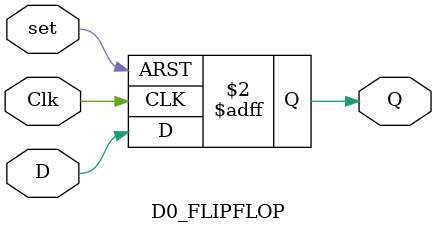
<source format=v>
module D0_FLIPFLOP(
input D, set, Clk,
output reg Q
);
always @(posedge Clk or posedge set) begin 
if (set)
Q<=1'b1;
else
Q<=D;
end
endmodule
</source>
